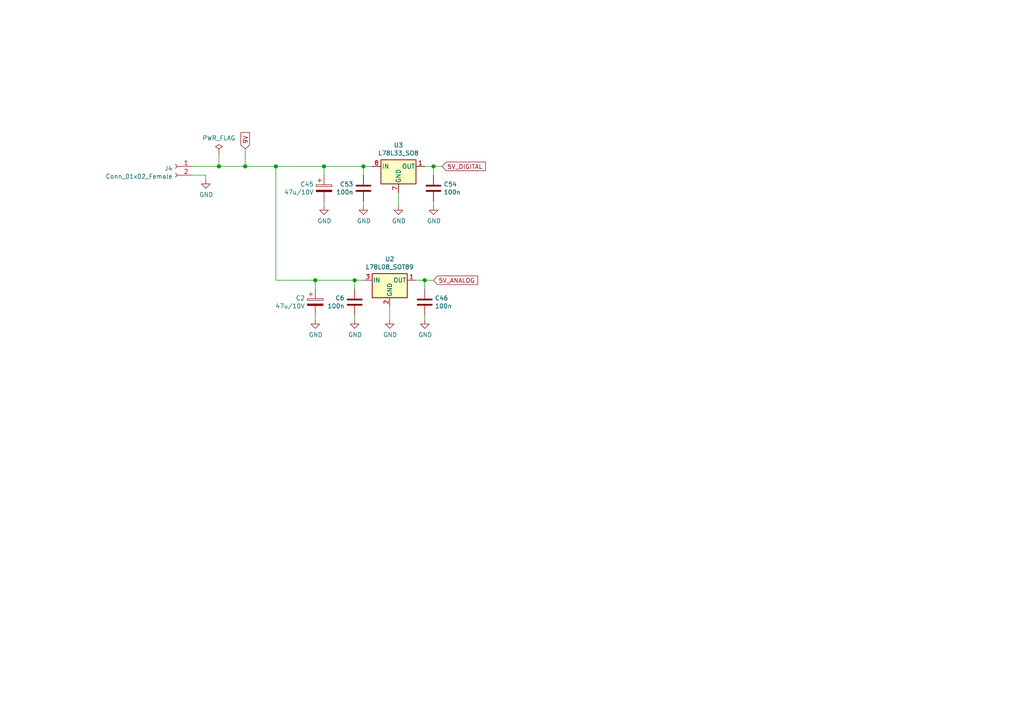
<source format=kicad_sch>
(kicad_sch (version 20210621) (generator eeschema)
  (paper "A4")
  (lib_symbols
    (symbol "Connector:Conn_01x02_Female" (pin_names (offset 1.016) hide)
      (property "Reference" "J" (at 0 2.54 0))
      (property "Value" "Conn_01x02_Female" (at 0 -5.08 0))
      (symbol "Conn_01x02_Female_1_1"
        (arc (start 0 -2.032) (end 0 -3.048) (radius (at 0 -2.54) (length 0.508) (angles 90.1 -90.1)) (stroke (width 0.1524)))
        (arc (start 0 0.508) (end 0 -0.508) (radius (at 0 0) (length 0.508) (angles 90.1 -90.1)) (stroke (width 0.1524)))
        (polyline (pts (xy -1.27 -2.54) (xy -0.508 -2.54)) (stroke (width 0.1524)))
        (polyline (pts (xy -1.27 0) (xy -0.508 0)) (stroke (width 0.1524)))
        (pin passive line (at -5.08 0 0) (length 3.81) (name "Pin_1") (number "1"))
        (pin passive line (at -5.08 -2.54 0) (length 3.81) (name "Pin_2") (number "2"))
      )
    )
    (symbol "DDSFunctionGenerator-rescue:L78L33_SO8-Regulator_Linear" (pin_names (offset 0.254))
      (property "Reference" "U" (at -3.81 3.175 0))
      (property "Value" "L78L33_SO8-Regulator_Linear" (at 0 3.175 0))
      (symbol "L78L33_SO8-Regulator_Linear_0_1"
        (rectangle (start -5.08 1.905) (end 5.08 -5.08) (stroke (width 0.254)) (fill (type background)))
      )
      (symbol "L78L33_SO8-Regulator_Linear_1_1"
        (pin power_out line (at 7.62 0 180) (length 2.54) (name "OUT") (number "1"))
        (pin passive line (at 0 -7.62 90) (length 2.54) hide (name "GND") (number "2"))
        (pin passive line (at 0 -7.62 90) (length 2.54) hide (name "GND") (number "3"))
        (pin no_connect line (at -7.62 -2.54 0) (length 2.54) hide (name "NC") (number "4"))
        (pin no_connect line (at 7.62 -2.54 180) (length 2.54) hide (name "NC") (number "5"))
        (pin passive line (at 0 -7.62 90) (length 2.54) hide (name "GND") (number "6"))
        (pin power_in line (at 0 -7.62 90) (length 2.54) (name "GND") (number "7"))
        (pin power_in line (at -7.62 0 0) (length 2.54) (name "IN") (number "8"))
      )
    )
    (symbol "Device:C" (pin_numbers hide) (pin_names (offset 0.254))
      (property "Reference" "C" (at 0.635 2.54 0))
      (property "Value" "C" (at 0.635 -2.54 0))
      (symbol "C_0_1"
        (polyline (pts (xy -2.032 -0.762) (xy 2.032 -0.762)) (stroke (width 0.508)))
        (polyline (pts (xy -2.032 0.762) (xy 2.032 0.762)) (stroke (width 0.508)))
      )
      (symbol "C_1_1"
        (pin passive line (at 0 3.81 270) (length 2.794) (name "~") (number "1"))
        (pin passive line (at 0 -3.81 90) (length 2.794) (name "~") (number "2"))
      )
    )
    (symbol "Device:CP" (pin_numbers hide) (pin_names (offset 0.254))
      (property "Reference" "C" (at 0.635 2.54 0))
      (property "Value" "CP" (at 0.635 -2.54 0))
      (symbol "CP_0_1"
        (rectangle (start -2.286 0.508) (end 2.286 1.016))
        (rectangle (start 2.286 -0.508) (end -2.286 -1.016) (fill (type outline)))
        (polyline (pts (xy -1.778 2.286) (xy -0.762 2.286)))
        (polyline (pts (xy -1.27 2.794) (xy -1.27 1.778)))
      )
      (symbol "CP_1_1"
        (pin passive line (at 0 3.81 270) (length 2.794) (name "~") (number "1"))
        (pin passive line (at 0 -3.81 90) (length 2.794) (name "~") (number "2"))
      )
    )
    (symbol "Regulator_Linear:L78L08_SOT89" (pin_names (offset 0.254))
      (property "Reference" "U" (at -3.81 3.175 0))
      (property "Value" "L78L08_SOT89" (at -0.635 3.175 0))
      (symbol "L78L08_SOT89_0_1"
        (rectangle (start -5.08 1.905) (end 5.08 -5.08) (stroke (width 0.254)) (fill (type background)))
      )
      (symbol "L78L08_SOT89_1_1"
        (pin power_out line (at 7.62 0 180) (length 2.54) (name "OUT") (number "1"))
        (pin power_in line (at 0 -7.62 90) (length 2.54) (name "GND") (number "2"))
        (pin power_in line (at -7.62 0 0) (length 2.54) (name "IN") (number "3"))
      )
    )
    (symbol "power:GND" (power) (pin_names (offset 0))
      (property "Value" "GND" (at 0 -3.81 0))
      (symbol "GND_0_1"
        (polyline (pts (xy 0 0) (xy 0 -1.27) (xy 1.27 -1.27) (xy 0 -2.54) (xy -1.27 -1.27) (xy 0 -1.27)))
      )
      (symbol "GND_1_1"
        (pin power_in line (at 0 0 270) (length 0) hide (name "GND") (number "1"))
      )
    )
    (symbol "power:PWR_FLAG" (power) (pin_numbers hide) (pin_names (offset 0) hide)
      (property "Value" "PWR_FLAG" (at 0 3.81 0))
      (symbol "PWR_FLAG_0_0"
        (pin power_out line (at 0 0 90) (length 0) (name "pwr") (number "1"))
      )
      (symbol "PWR_FLAG_0_1"
        (polyline (pts (xy 0 0) (xy 0 1.27) (xy -1.016 1.905) (xy 0 2.54) (xy 1.016 1.905) (xy 0 1.27)))
      )
    )
  )
  (junction (at 63.5 48.26) (diameter 1.016))
  (junction (at 71.12 48.26) (diameter 1.016))
  (junction (at 80.01 48.26) (diameter 1.016))
  (junction (at 91.44 81.28) (diameter 1.016))
  (junction (at 93.98 48.26) (diameter 1.016))
  (junction (at 102.87 81.28) (diameter 1.016))
  (junction (at 105.41 48.26) (diameter 1.016))
  (junction (at 123.19 81.28) (diameter 1.016))
  (junction (at 125.73 48.26) (diameter 1.016))
  (wire (pts (xy 55.88 48.26) (xy 63.5 48.26)))
  (wire (pts (xy 55.88 50.8) (xy 59.69 50.8)))
  (wire (pts (xy 59.69 50.8) (xy 59.69 52.07)))
  (wire (pts (xy 63.5 44.45) (xy 63.5 48.26)))
  (wire (pts (xy 63.5 48.26) (xy 71.12 48.26)))
  (wire (pts (xy 71.12 48.26) (xy 71.12 43.18)))
  (wire (pts (xy 71.12 48.26) (xy 80.01 48.26)))
  (wire (pts (xy 80.01 48.26) (xy 93.98 48.26)))
  (wire (pts (xy 80.01 81.28) (xy 80.01 48.26)))
  (wire (pts (xy 80.01 81.28) (xy 91.44 81.28)))
  (wire (pts (xy 91.44 81.28) (xy 102.87 81.28)))
  (wire (pts (xy 91.44 83.82) (xy 91.44 81.28)))
  (wire (pts (xy 91.44 92.71) (xy 91.44 91.44)))
  (wire (pts (xy 93.98 48.26) (xy 105.41 48.26)))
  (wire (pts (xy 93.98 50.8) (xy 93.98 48.26)))
  (wire (pts (xy 93.98 59.69) (xy 93.98 58.42)))
  (wire (pts (xy 102.87 81.28) (xy 102.87 83.82)))
  (wire (pts (xy 102.87 92.71) (xy 102.87 91.44)))
  (wire (pts (xy 105.41 48.26) (xy 105.41 50.8)))
  (wire (pts (xy 105.41 59.69) (xy 105.41 58.42)))
  (wire (pts (xy 105.41 81.28) (xy 102.87 81.28)))
  (wire (pts (xy 107.95 48.26) (xy 105.41 48.26)))
  (wire (pts (xy 113.03 92.71) (xy 113.03 88.9)))
  (wire (pts (xy 115.57 59.69) (xy 115.57 55.88)))
  (wire (pts (xy 120.65 81.28) (xy 123.19 81.28)))
  (wire (pts (xy 123.19 48.26) (xy 125.73 48.26)))
  (wire (pts (xy 123.19 81.28) (xy 125.73 81.28)))
  (wire (pts (xy 123.19 83.82) (xy 123.19 81.28)))
  (wire (pts (xy 123.19 91.44) (xy 123.19 92.71)))
  (wire (pts (xy 125.73 48.26) (xy 128.27 48.26)))
  (wire (pts (xy 125.73 50.8) (xy 125.73 48.26)))
  (wire (pts (xy 125.73 58.42) (xy 125.73 59.69)))
  (global_label "9V" (shape input) (at 71.12 43.18 90) (property "Intersheet References" "${INTERSHEET_REFS}" (effects hide)))
  (global_label "5V_ANALOG" (shape input) (at 125.73 81.28 0) (property "Intersheet References" "${INTERSHEET_REFS}" (effects hide)))
  (global_label "5V_DIGITAL" (shape input) (at 128.27 48.26 0) (property "Intersheet References" "${INTERSHEET_REFS}" (effects hide)))
  (symbol (lib_id "power:PWR_FLAG") (at 63.5 44.45 0)
    (property "Reference" "#FLG01" (effects hide))
    (property "Value" "PWR_FLAG" (at 63.5 40.0558 0))
  )
  (symbol (lib_id "power:GND") (at 59.69 52.07 0)
    (property "Reference" "#PWR02" (effects hide))
    (property "Value" "GND" (at 59.817 56.4642 0))
  )
  (symbol (lib_id "power:GND") (at 91.44 92.71 0)
    (property "Reference" "#PWR06" (effects hide))
    (property "Value" "GND" (at 91.567 97.1042 0))
  )
  (symbol (lib_id "power:GND") (at 93.98 59.69 0)
    (property "Reference" "#PWR03" (effects hide))
    (property "Value" "GND" (at 94.107 64.0842 0))
  )
  (symbol (lib_id "power:GND") (at 102.87 92.71 0)
    (property "Reference" "#PWR09" (effects hide))
    (property "Value" "GND" (at 102.997 97.1042 0))
  )
  (symbol (lib_id "power:GND") (at 105.41 59.69 0)
    (property "Reference" "#PWR023" (effects hide))
    (property "Value" "GND" (at 105.537 64.0842 0))
  )
  (symbol (lib_id "power:GND") (at 113.03 92.71 0)
    (property "Reference" "#PWR057" (effects hide))
    (property "Value" "GND" (at 113.157 97.1042 0))
  )
  (symbol (lib_id "power:GND") (at 115.57 59.69 0)
    (property "Reference" "#PWR028" (effects hide))
    (property "Value" "GND" (at 115.697 64.0842 0))
  )
  (symbol (lib_id "power:GND") (at 123.19 92.71 0)
    (property "Reference" "#PWR058" (effects hide))
    (property "Value" "GND" (at 123.317 97.1042 0))
  )
  (symbol (lib_id "power:GND") (at 125.73 59.69 0)
    (property "Reference" "#PWR056" (effects hide))
    (property "Value" "GND" (at 125.857 64.0842 0))
  )
  (symbol (lib_id "Connector:Conn_01x02_Female") (at 50.8 48.26 0) (mirror y)
    (property "Reference" "J4" (at 50.0888 48.8696 0) (effects (justify left)))
    (property "Value" "Conn_01x02_Female" (at 50.0888 51.181 0) (effects (justify left)))
    (property "Footprint" "DDSFunctionGenerator:DG128-5.0-02P-14-00A" (effects hide))
  )
  (symbol (lib_id "Device:CP") (at 91.44 87.63 0)
    (property "Reference" "C2" (at 88.4682 86.4616 0) (effects (justify right)))
    (property "Value" "47u/10V" (at 88.4682 88.773 0) (effects (justify right)))
    (property "Footprint" "Capacitor_Tantalum_SMD:CP_EIA-3528-21_Kemet-B" (effects hide))
  )
  (symbol (lib_id "Device:CP") (at 93.98 54.61 0)
    (property "Reference" "C45" (at 91.0082 53.4416 0) (effects (justify right)))
    (property "Value" "47u/10V" (at 91.0082 55.753 0) (effects (justify right)))
    (property "Footprint" "Capacitor_Tantalum_SMD:CP_EIA-3528-21_Kemet-B" (effects hide))
  )
  (symbol (lib_id "Device:C") (at 102.87 87.63 0)
    (property "Reference" "C6" (at 99.949 86.4616 0) (effects (justify right)))
    (property "Value" "100n" (at 99.949 88.773 0) (effects (justify right)))
    (property "Footprint" "Capacitor_SMD:C_0402_1005Metric" (effects hide))
  )
  (symbol (lib_id "Device:C") (at 105.41 54.61 0)
    (property "Reference" "C53" (at 102.489 53.4416 0) (effects (justify right)))
    (property "Value" "100n" (at 102.489 55.753 0) (effects (justify right)))
    (property "Footprint" "Capacitor_SMD:C_0402_1005Metric" (effects hide))
  )
  (symbol (lib_id "Device:C") (at 123.19 87.63 0)
    (property "Reference" "C46" (at 126.111 86.4616 0) (effects (justify left)))
    (property "Value" "100n" (at 126.111 88.773 0) (effects (justify left)))
    (property "Footprint" "Capacitor_SMD:C_0402_1005Metric" (effects hide))
  )
  (symbol (lib_id "Device:C") (at 125.73 54.61 0)
    (property "Reference" "C54" (at 128.651 53.4416 0) (effects (justify left)))
    (property "Value" "100n" (at 128.651 55.753 0) (effects (justify left)))
    (property "Footprint" "Capacitor_SMD:C_0402_1005Metric" (effects hide))
  )
  (symbol (lib_id "Regulator_Linear:L78L08_SOT89") (at 113.03 81.28 0) (unit 1)
    (property "Reference" "U2" (at 113.03 75.1332 0))
    (property "Value" "L78L08_SOT89" (at 113.03 77.4446 0))
    (property "Footprint" "Package_TO_SOT_SMD:SOT-89-3" (effects hide))
    (property "Datasheet" "http://www.st.com/content/ccc/resource/technical/document/datasheet/15/55/e5/aa/23/5b/43/fd/CD00000446.pdf/files/CD00000446.pdf/jcr:content/translations/en.CD00000446.pdf" (effects hide))
  )
  (symbol (lib_id "DDSFunctionGenerator-rescue:L78L33_SO8-Regulator_Linear") (at 115.57 48.26 0) (unit 1)
    (property "Reference" "U3" (at 115.57 42.1132 0))
    (property "Value" "L78L33_SO8" (at 115.57 44.4246 0))
    (property "Footprint" "Package_SO:SOIC-8_3.9x4.9mm_P1.27mm" (effects hide))
    (property "Datasheet" "http://www.st.com/content/ccc/resource/technical/document/datasheet/15/55/e5/aa/23/5b/43/fd/CD00000446.pdf/files/CD00000446.pdf/jcr:content/translations/en.CD00000446.pdf" (effects hide))
  )
)
</source>
